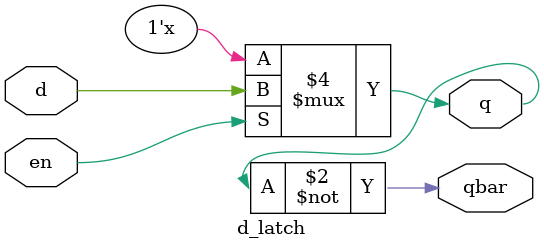
<source format=v>
module d_latch(
  input d,
  input en,        // enable signal
  output reg q,
  output qbar
);

  always @(*) begin
    if (en)
      q = d;       // transparent when enable = 1
    // else retain previous q automatically
  end
  
  assign qbar = ~q;  // complement output

endmodule

</source>
